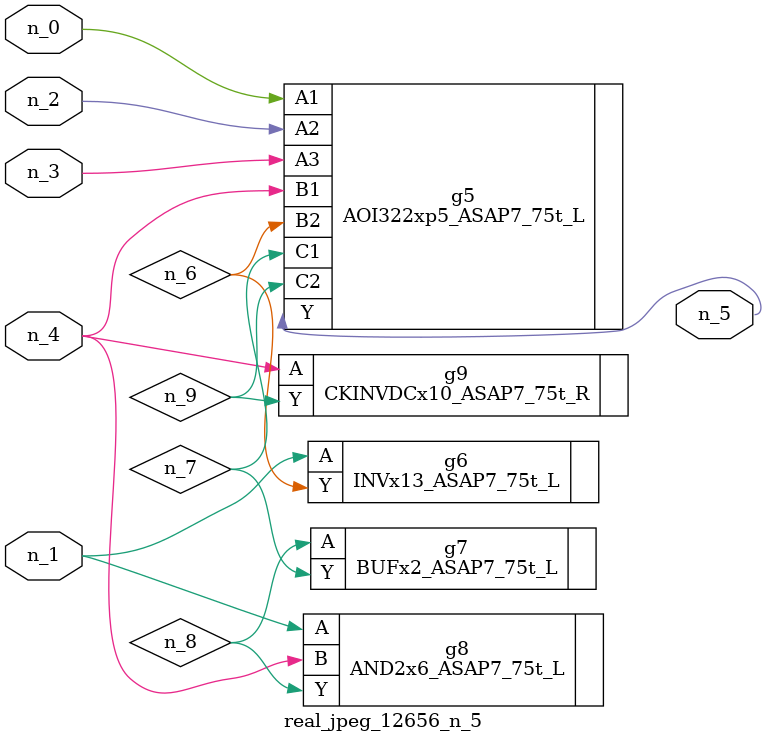
<source format=v>
module real_jpeg_12656_n_5 (n_4, n_0, n_1, n_2, n_3, n_5);

input n_4;
input n_0;
input n_1;
input n_2;
input n_3;

output n_5;

wire n_8;
wire n_6;
wire n_7;
wire n_9;

AOI322xp5_ASAP7_75t_L g5 ( 
.A1(n_0),
.A2(n_2),
.A3(n_3),
.B1(n_4),
.B2(n_6),
.C1(n_7),
.C2(n_9),
.Y(n_5)
);

INVx13_ASAP7_75t_L g6 ( 
.A(n_1),
.Y(n_6)
);

AND2x6_ASAP7_75t_L g8 ( 
.A(n_1),
.B(n_4),
.Y(n_8)
);

CKINVDCx10_ASAP7_75t_R g9 ( 
.A(n_4),
.Y(n_9)
);

BUFx2_ASAP7_75t_L g7 ( 
.A(n_8),
.Y(n_7)
);


endmodule
</source>
